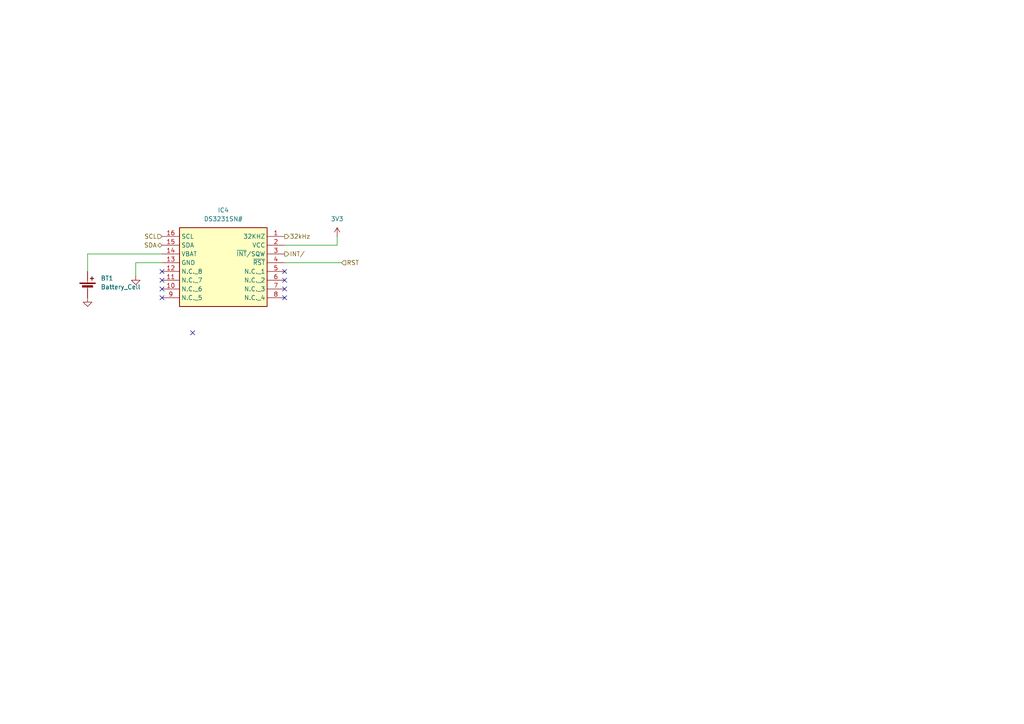
<source format=kicad_sch>
(kicad_sch (version 20231120) (generator "eeschema") (generator_version "8.0")
  (paper "A4")
  (lib_symbols
    (symbol "Device:Battery_Cell" (pin_numbers hide) (pin_names (offset 0) hide)
      (property "Reference" "BT" (at 2.54 2.54 0))
      (property "Value" "Battery_Cell" (at 2.54 0 0))
      (symbol "Battery_Cell_0_1"
        (rectangle (start -2.286 1.778) (end 2.286 1.524) (fill (type outline)))
        (rectangle (start -1.524 1.016) (end 1.524 0.508) (fill (type outline)))
        (polyline (pts (xy 0 0.762) (xy 0 0)))
        (polyline (pts (xy 0 1.778) (xy 0 2.54)))
        (polyline (pts (xy 0.762 3.048) (xy 1.778 3.048)) (stroke (width 0.254)))
        (polyline (pts (xy 1.27 3.556) (xy 1.27 2.54)) (stroke (width 0.254)))
      )
      (symbol "Battery_Cell_1_1"
        (pin passive line (at 0 5.08 270) (length 2.54) (name "+") (number "1"))
        (pin passive line (at 0 -2.54 90) (length 2.54) (name "-") (number "2"))
      )
    )
    (symbol "Samacsys:DS3231SN#"
      (property "Reference" "IC" (at 31.75 7.62 0))
      (property "Value" "DS3231SN#" (at 31.75 5.08 0))
      (symbol "DS3231SN#_1_1"
        (rectangle (start 5.08 2.54) (end 30.48 -20.32) (stroke (width 0.254)) (fill (type background)))
        (pin passive line (at 0 0 0) (length 5.08) (name "32KHZ") (number "1"))
        (pin passive line (at 35.56 -15.24 180) (length 5.08) (name "N.C._6") (number "10"))
        (pin passive line (at 35.56 -12.7 180) (length 5.08) (name "N.C._7") (number "11"))
        (pin passive line (at 35.56 -10.16 180) (length 5.08) (name "N.C._8") (number "12"))
        (pin passive line (at 35.56 -7.62 180) (length 5.08) (name "GND") (number "13"))
        (pin passive line (at 35.56 -5.08 180) (length 5.08) (name "VBAT") (number "14"))
        (pin passive line (at 35.56 -2.54 180) (length 5.08) (name "SDA") (number "15"))
        (pin passive line (at 35.56 0 180) (length 5.08) (name "SCL") (number "16"))
        (pin passive line (at 0 -2.54 0) (length 5.08) (name "VCC") (number "2"))
        (pin passive line (at 0 -5.08 0) (length 5.08) (name "~{INT}/SQW") (number "3"))
        (pin passive line (at 0 -7.62 0) (length 5.08) (name "~{RST}") (number "4"))
        (pin passive line (at 0 -10.16 0) (length 5.08) (name "N.C._1") (number "5"))
        (pin passive line (at 0 -12.7 0) (length 5.08) (name "N.C._2") (number "6"))
        (pin passive line (at 0 -15.24 0) (length 5.08) (name "N.C._3") (number "7"))
        (pin passive line (at 0 -17.78 0) (length 5.08) (name "N.C._4") (number "8"))
        (pin passive line (at 35.56 -17.78 180) (length 5.08) (name "N.C._5") (number "9"))
      )
    )
    (symbol "power:+3.3V" (power) (pin_numbers hide) (pin_names (offset 0) hide)
      (property "Value" "+3.3V" (at 0 3.556 0))
      (symbol "+3.3V_0_1"
        (polyline (pts (xy -0.762 1.27) (xy 0 2.54)))
        (polyline (pts (xy 0 0) (xy 0 2.54)))
        (polyline (pts (xy 0 2.54) (xy 0.762 1.27)))
      )
      (symbol "+3.3V_1_1"
        (pin power_in line (at 0 0 90) (length 0) (name "~") (number "1"))
      )
    )
    (symbol "power:GND" (power) (pin_numbers hide) (pin_names (offset 0) hide)
      (property "Value" "GND" (at 0 -3.81 0))
      (symbol "GND_0_1"
        (polyline (pts (xy 0 0) (xy 0 -1.27) (xy 1.27 -1.27) (xy 0 -2.54) (xy -1.27 -1.27) (xy 0 -1.27)))
      )
      (symbol "GND_1_1"
        (pin power_in line (at 0 0 270) (length 0) (name "~") (number "1"))
      )
    )
  )
  (no_connect (at 46.99 83.82))
  (no_connect (at 55.88 96.52))
  (no_connect (at 82.55 83.82))
  (no_connect (at 82.55 86.36))
  (no_connect (at 46.99 86.36))
  (no_connect (at 46.99 81.28))
  (no_connect (at 82.55 81.28))
  (no_connect (at 46.99 78.74))
  (no_connect (at 82.55 78.74))
  (wire (pts (xy 97.79 68.58) (xy 97.79 71.12)))
  (wire (pts (xy 25.4 78.74) (xy 25.4 73.66)))
  (wire (pts (xy 39.37 76.2) (xy 39.37 80.01)))
  (wire (pts (xy 25.4 73.66) (xy 46.99 73.66)))
  (wire (pts (xy 99.06 76.2) (xy 82.55 76.2)))
  (wire (pts (xy 46.99 76.2) (xy 39.37 76.2)))
  (wire (pts (xy 82.55 71.12) (xy 97.79 71.12)))
  (hierarchical_label "INT{slash}" (shape output) (at 82.55 73.66 0))
  (hierarchical_label "SDA" (shape bidirectional) (at 46.99 71.12 180))
  (hierarchical_label "32kHz" (shape output) (at 82.55 68.58 0))
  (hierarchical_label "RST" (shape input) (at 99.06 76.2 0))
  (hierarchical_label "SCL" (shape input) (at 46.99 68.58 180))
  (symbol (lib_id "power:+3.3V") (at 97.79 68.58 0) (unit 1)
    (property "Reference" "#PWR075" (effects (hide yes)))
    (property "Value" "3V3" (at 97.79 63.5 0))
    (property "Description" "Power symbol creates a global label with name \"+3.3V\"" (effects (hide yes)))
  )
  (symbol (lib_id "power:GND") (at 25.4 86.36 0) (unit 1)
    (property "Reference" "#PWR077" (effects (hide yes)))
    (property "Value" "GND" (effects (hide yes)))
    (property "Description" "Power symbol creates a global label with name \"GND\" , ground" (effects (hide yes)))
  )
  (symbol (lib_id "Samacsys:DS3231SN#") (at 82.55 68.58 0) (mirror y) (unit 1)
    (property "Reference" "IC4" (at 64.77 60.96 0))
    (property "Value" "DS3231SN#" (at 64.77 63.5 0))
    (property "Footprint" "Samacsys:SOIC127P1032X265-16N" (effects (hide yes)))
    (property "Datasheet" "https://datasheets.maximintegrated.com/en/ds/DS3231.pdf" (effects (hide yes)))
    (property "Description" "Real Time Clock Serial Maxim DS3231SN# Real Time Clock, Battery Backup, Calendar, Clock, I2C, 5.5 V, 16-Pin SOIC" (effects (hide yes)))
    (property "Height" "2.65" (effects (hide yes)))
    (property "Mouser Part Number" "700-DS3231SN#" (effects (hide yes)))
    (property "Mouser Price/Stock" "https://www.mouser.co.uk/ProductDetail/Analog-Devices-Maxim-Integrated/DS3231SN?qs=1eQvB6Dk1vhUlr8%2FOrV0Fw%3D%3D" (effects (hide yes)))
    (property "Manufacturer_Name" "Analog Devices" (effects (hide yes)))
    (property "Manufacturer_Part_Number" "DS3231SN#" (effects (hide yes)))
  )
  (symbol (lib_id "Device:Battery_Cell") (at 25.4 83.82 0) (unit 1)
    (property "Reference" "BT1" (at 29.21 80.7084 0) (effects (justify left)))
    (property "Value" "Battery_Cell" (at 29.21 83.2484 0) (effects (justify left)))
    (property "Footprint" "Battery:BatteryHolder_MYOUNG_BS-07-A1BJ001_CR2032" (effects (hide yes)))
    (property "Description" "Single-cell battery" (effects (hide yes)))
  )
  (symbol (lib_id "power:GND") (at 39.37 80.01 0) (unit 1)
    (property "Reference" "#PWR076" (effects (hide yes)))
    (property "Value" "GND" (effects (hide yes)))
    (property "Description" "Power symbol creates a global label with name \"GND\" , ground" (effects (hide yes)))
  )
)
</source>
